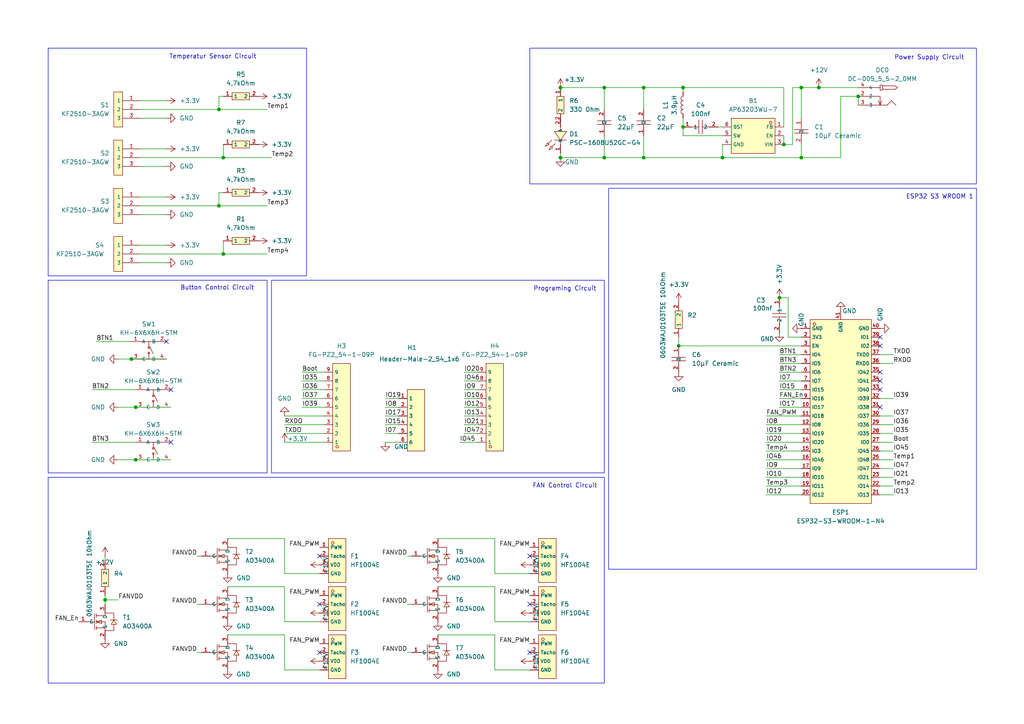
<source format=kicad_sch>
(kicad_sch (version 20231120) (generator "eeschema") (generator_version "8.0")
  (paper "A4")
  (title_block (title "Smart Heating Fan Controller") (date "2025-01") (rev "1.0"))
  (lib_symbols
    (symbol "0603WAJ0103T5E:0603WAJ0103T5E"
      (property "Reference" "R2" (at 1.2701 -2.54 90))
      (property "Value" "0603WAJ0103T5E 10kOhm" (at -1.27 -2.54 90))
      (symbol "0603WAJ0103T5E_0_1"
        (pin passive line (at -5.08 0 0) (length 2.54) (name "1") (number "1"))
        (pin passive line (at 5.08 0 180) (length 2.54) (name "2") (number "2"))
      )
    )
    (symbol "0805W8F4701T5E_1"
      (property "Reference" "R3" (at 0 6.35 0))
      (property "Value" "4,7kOhm" (at 0 3.81 0))
      (symbol "0805W8F4701T5E_1_0_1"
        (pin passive line (at 5.08 0 180) (length 2.54) (name "2") (number "2"))
      )
      (symbol "0805W8F4701T5E_1_1_1"
        (pin passive line (at -5.08 0 0) (length 2.54) (name "1") (number "1"))
      )
    )
    (symbol "1206W4J0331T5E:1206W4J0331T5E"
      (property "Reference" "R6" (at -1.2701 2.54 90))
      (property "Value" "330 Ohm" (at 1.2699 2.54 90))
      (symbol "1206W4J0331T5E_0_1"
        (pin passive line (at -5.08 0 0) (length 2.54) (name "1") (number "1"))
        (pin passive line (at 5.08 0 180) (length 2.54) (name "2") (number "2"))
      )
    )
    (symbol "AO3400A:AO3400A"
      (property "Reference" "U" (at 0 1.27 0))
      (property "Value" "AO3400A" (at 0 -2.54 0))
      (symbol "AO3400A_0_1"
        (pin unspecified line (at -5.08 0 0) (length 2.54) (name "G") (number "1"))
        (pin unspecified line (at 2.54 -5.08 90) (length 2.54) (name "S") (number "2"))
        (pin unspecified line (at 2.54 5.08 270) (length 2.54) (name "D") (number "3"))
      )
    )
    (symbol "AP63203WU-7:AP63203WU-7"
      (property "Reference" "U1" (at 0 10.16 0))
      (property "Value" "AP63203WU-7" (at 0 7.62 0))
      (symbol "AP63203WU-7_0_1"
        (pin passive line (at -8.89 2.54 0) (length 2.54) (name "FB") (number "1"))
        (pin passive line (at -8.89 0 0) (length 2.54) (name "EN") (number "2"))
        (pin power_in line (at -8.89 -2.54 0) (length 2.54) (name "VIN") (number "3"))
        (pin power_in line (at 8.89 -2.54 180) (length 2.54) (name "GND") (number "4"))
        (pin power_out line (at 8.89 0 180) (length 2.54) (name "SW") (number "5"))
        (pin passive line (at 8.89 2.54 180) (length 2.54) (name "BST") (number "6"))
      )
    )
    (symbol "CL10B104KB8NNNC:CL10B104KB8NNNC"
      (property "Reference" "C4" (at 0 6.35 0))
      (property "Value" "100nf" (at 0 3.81 0))
      (symbol "CL10B104KB8NNNC_0_1"
        (pin passive line (at -5.08 0 0) (length 2.54) (name "1") (number "1"))
        (pin passive line (at 5.08 0 180) (length 2.54) (name "2") (number "2"))
      )
    )
    (symbol "CL31A106KBHNNNE:CL31A106KBHNNNE"
      (property "Reference" "C" (at 0 1.27 0))
      (property "Value" "CL31A106KBHNNNE" (at 0 -2.54 0))
      (symbol "CL31A106KBHNNNE_0_1"
        (pin input line (at -3.81 0 0) (length 2.54) (name "1") (number "1"))
        (pin input line (at 3.81 0 180) (length 2.54) (name "2") (number "2"))
      )
    )
    (symbol "CL31A226KAHNNNE:CL31A226KAHNNNE"
      (property "Reference" "C5" (at 1.2701 -3.81 90))
      (property "Value" "22µF" (at -1.2699 -3.81 90))
      (symbol "CL31A226KAHNNNE_0_1"
        (pin passive line (at -3.81 0 0) (length 2.54) (name "1") (number "1"))
        (pin passive line (at 3.81 0 180) (length 2.54) (name "2") (number "2"))
      )
    )
    (symbol "CL31A226KAHNNNE_1"
      (property "Reference" "C2" (at 1.2701 -3.81 90))
      (property "Value" "22µF" (at -1.2699 -3.81 90))
      (symbol "CL31A226KAHNNNE_1_0_1"
        (pin passive line (at -3.81 0 0) (length 2.54) (name "1") (number "1"))
        (pin passive line (at 3.81 0 180) (length 2.54) (name "2") (number "2"))
      )
    )
    (symbol "DC-005_5_5-2_0MM:DC-005_5_5-2_0MM"
      (property "Reference" "U3" (at -1.905 7.62 0))
      (property "Value" "DC-005_5_5-2_0MM" (at -1.905 5.08 0))
      (symbol "DC-005_5_5-2_0MM_0_1"
        (pin power_out line (at 5.08 0 180) (length 2.54) (name "2") (number "2"))
        (pin power_out line (at 5.08 2.54 180) (length 2.54) (name "4") (number "4"))
      )
      (symbol "DC-005_5_5-2_0MM_1_1"
        (pin passive line (at 5.08 -2.54 180) (length 2.54) (name "3") (number "3"))
      )
    )
    (symbol "Device:L" (pin_numbers hide) (pin_names (offset 1.016) hide)
      (property "Reference" "L1" (at 5.08 0 90))
      (property "Value" "3.9µH" (at 2.54 0 90))
      (symbol "L_1_1"
        (pin power_in line (at 0 3.81 270) (length 1.27) (name "1") (number "1"))
        (pin power_out line (at 0 -3.81 90) (length 1.27) (name "2") (number "2"))
      )
    )
    (symbol "ESP32-S3-WROOM-1-N4:ESP32-S3-WROOM-1-N4"
      (property "Reference" "U" (at 0 1.27 0))
      (property "Value" "ESP32-S3-WROOM-1-N4" (at 0 -2.54 0))
      (symbol "ESP32-S3-WROOM-1-N4_0_1"
        (pin unspecified line (at -11.43 24.13 0) (length 2.54) (name "GND") (number "1"))
        (pin unspecified line (at -11.43 1.27 0) (length 2.54) (name "IO17") (number "10"))
        (pin unspecified line (at -11.43 -1.27 0) (length 2.54) (name "IO18") (number "11"))
        (pin unspecified line (at -11.43 -3.81 0) (length 2.54) (name "IO8") (number "12"))
        (pin unspecified line (at -11.43 -6.35 0) (length 2.54) (name "IO19") (number "13"))
        (pin unspecified line (at -11.43 -8.89 0) (length 2.54) (name "IO20") (number "14"))
        (pin unspecified line (at -11.43 -11.43 0) (length 2.54) (name "IO3") (number "15"))
        (pin unspecified line (at -11.43 -13.97 0) (length 2.54) (name "IO46") (number "16"))
        (pin unspecified line (at -11.43 -16.51 0) (length 2.54) (name "IO9") (number "17"))
        (pin unspecified line (at -11.43 -19.05 0) (length 2.54) (name "IO10") (number "18"))
        (pin unspecified line (at -11.43 -21.59 0) (length 2.54) (name "IO11") (number "19"))
        (pin unspecified line (at -11.43 21.59 0) (length 2.54) (name "3V3") (number "2"))
        (pin unspecified line (at -11.43 -24.13 0) (length 2.54) (name "IO12") (number "20"))
        (pin unspecified line (at 11.43 -24.13 180) (length 2.54) (name "IO13") (number "21"))
        (pin unspecified line (at 11.43 -21.59 180) (length 2.54) (name "IO14") (number "22"))
        (pin unspecified line (at 11.43 -19.05 180) (length 2.54) (name "IO21") (number "23"))
        (pin unspecified line (at 11.43 -16.51 180) (length 2.54) (name "IO47") (number "24"))
        (pin unspecified line (at 11.43 -13.97 180) (length 2.54) (name "IO48") (number "25"))
        (pin unspecified line (at 11.43 -11.43 180) (length 2.54) (name "IO45") (number "26"))
        (pin unspecified line (at 11.43 -8.89 180) (length 2.54) (name "IO0") (number "27"))
        (pin unspecified line (at 11.43 -6.35 180) (length 2.54) (name "IO35") (number "28"))
        (pin unspecified line (at 11.43 -3.81 180) (length 2.54) (name "IO36") (number "29"))
        (pin unspecified line (at -11.43 19.05 0) (length 2.54) (name "EN") (number "3"))
        (pin unspecified line (at 11.43 -1.27 180) (length 2.54) (name "IO37") (number "30"))
        (pin unspecified line (at 11.43 1.27 180) (length 2.54) (name "IO38") (number "31"))
        (pin unspecified line (at 11.43 3.81 180) (length 2.54) (name "IO39") (number "32"))
        (pin unspecified line (at 11.43 6.35 180) (length 2.54) (name "IO40") (number "33"))
        (pin unspecified line (at 11.43 8.89 180) (length 2.54) (name "IO41") (number "34"))
        (pin unspecified line (at 11.43 11.43 180) (length 2.54) (name "IO42") (number "35"))
        (pin unspecified line (at 11.43 13.97 180) (length 2.54) (name "RXD0") (number "36"))
        (pin unspecified line (at 11.43 16.51 180) (length 2.54) (name "TXD0") (number "37"))
        (pin unspecified line (at 11.43 19.05 180) (length 2.54) (name "IO2") (number "38"))
        (pin unspecified line (at 11.43 21.59 180) (length 2.54) (name "IO1") (number "39"))
        (pin unspecified line (at -11.43 16.51 0) (length 2.54) (name "IO4") (number "4"))
        (pin unspecified line (at 11.43 24.13 180) (length 2.54) (name "GND") (number "40"))
        (pin unspecified line (at 0 29.21 270) (length 2.54) (name "GND") (number "41"))
        (pin unspecified line (at -11.43 13.97 0) (length 2.54) (name "IO5") (number "5"))
        (pin unspecified line (at -11.43 11.43 0) (length 2.54) (name "IO6") (number "6"))
        (pin unspecified line (at -11.43 8.89 0) (length 2.54) (name "IO7") (number "7"))
        (pin unspecified line (at -11.43 6.35 0) (length 2.54) (name "IO15") (number "8"))
        (pin unspecified line (at -11.43 3.81 0) (length 2.54) (name "IO16") (number "9"))
      )
    )
    (symbol "FG-PZ2_54-1-09P:FG-PZ2_54-1-09P"
      (property "Reference" "U" (at 0 1.27 0))
      (property "Value" "FG-PZ2_54-1-09P" (at 0 -2.54 0))
      (symbol "FG-PZ2_54-1-09P_0_1"
        (pin unspecified line (at -2.54 10.16 0) (length 2.54) (name "1") (number "1"))
        (pin unspecified line (at -2.54 7.62 0) (length 2.54) (name "2") (number "2"))
        (pin unspecified line (at -2.54 5.08 0) (length 2.54) (name "3") (number "3"))
        (pin unspecified line (at -2.54 2.54 0) (length 2.54) (name "4") (number "4"))
        (pin unspecified line (at -2.54 0 0) (length 2.54) (name "5") (number "5"))
        (pin unspecified line (at -2.54 -2.54 0) (length 2.54) (name "6") (number "6"))
        (pin unspecified line (at -2.54 -5.08 0) (length 2.54) (name "7") (number "7"))
        (pin unspecified line (at -2.54 -7.62 0) (length 2.54) (name "8") (number "8"))
        (pin unspecified line (at -2.54 -10.16 0) (length 2.54) (name "9") (number "9"))
      )
    )
    (symbol "HF1004E:HF1004E"
      (property "Reference" "U17" (at 3.81 1.2701 0))
      (property "Value" "HF1004E" (at 3.81 -1.2699 0))
      (symbol "HF1004E_1_1"
        (pin bidirectional line (at -5.08 3.81 0) (length 2.54) (name "PWM") (number "1"))
        (pin bidirectional line (at -5.08 1.27 0) (length 2.54) (name "Tacho") (number "2"))
        (pin bidirectional line (at -5.08 -1.27 0) (length 2.54) (name "VDD") (number "3"))
        (pin bidirectional line (at -5.08 -3.81 0) (length 2.54) (name "GND") (number "4"))
      )
    )
    (symbol "Header-Male-2_54_1x6:Header-Male-2_54_1x6"
      (property "Reference" "H1" (at -2.54 21.082 0))
      (property "Value" "Header-Male-2_54_1x6" (at -10.668 17.78 0))
      (symbol "Header-Male-2_54_1x6_0_1"
        (pin bidirectional line (at -5.08 6.35 0) (length 2.54) (name "1") (number "1"))
        (pin bidirectional line (at -5.08 3.81 0) (length 2.54) (name "2") (number "2"))
        (pin bidirectional line (at -5.08 1.27 0) (length 2.54) (name "3") (number "3"))
        (pin bidirectional line (at -5.08 -1.27 0) (length 2.54) (name "4") (number "4"))
        (pin bidirectional line (at -5.08 -3.81 0) (length 2.54) (name "5") (number "5"))
        (pin bidirectional line (at -5.08 -6.35 0) (length 2.54) (name "6") (number "6"))
      )
    )
    (symbol "KF2510-3AGW:KF2510-3AGW"
      (property "Reference" "U" (at 0 1.27 0))
      (property "Value" "KF2510-3AGW" (at 0 -2.54 0))
      (symbol "KF2510-3AGW_0_1"
        (pin unspecified line (at -3.81 2.54 0) (length 5.08) (name "1") (number "1"))
        (pin unspecified line (at -3.81 0 0) (length 5.08) (name "2") (number "2"))
        (pin unspecified line (at -3.81 -2.54 0) (length 5.08) (name "3") (number "3"))
      )
    )
    (symbol "KH-6X6X6H-STM:KH-6X6X6H-STM"
      (property "Reference" "U" (at 0 1.27 0))
      (property "Value" "KH-6X6X6H-STM" (at 0 -2.54 0))
      (symbol "KH-6X6X6H-STM_0_1"
        (pin unspecified line (at -5.08 2.54 0) (length 2.54) (name "A") (number "1"))
        (pin unspecified line (at 5.08 2.54 180) (length 2.54) (name "B") (number "2"))
        (pin unspecified line (at -5.08 -2.54 0) (length 2.54) (name "C") (number "3"))
        (pin unspecified line (at 5.08 -2.54 180) (length 2.54) (name "D") (number "4"))
      )
    )
    (symbol "PSC-1608U52GC-G4:PSC-1608U52GC-G4"
      (property "Reference" "D1" (at 0.5081 0 90))
      (property "Value" "PSC-1608U52GC-G4" (at -2.0319 0 90))
      (symbol "PSC-1608U52GC-G4_0_1"
        (pin passive line (at -5.08 2.54 0) (length 2.54) (name "K") (number "1"))
        (pin passive line (at 5.08 2.54 180) (length 2.54) (name "A") (number "2"))
      )
    )
    (symbol "power:+12V" (power) (pin_numbers hide) (pin_names (offset 0) hide)
      (property "Value" "+12V" (at 0 3.556 0))
      (symbol "+12V_1_1"
        (pin power_in line (at 0 0 90) (length 0) (name "~") (number "1"))
      )
    )
    (symbol "power:+3.3V" (power) (pin_numbers hide) (pin_names (offset 0) hide)
      (property "Value" "+3.3V" (at 0 3.556 0))
      (symbol "+3.3V_1_1"
        (pin power_in line (at 0 0 90) (length 0) (name "~") (number "1"))
      )
    )
    (symbol "power:GND" (power) (pin_numbers hide) (pin_names (offset 0) hide)
      (property "Value" "GND" (at 0 -3.81 0))
      (symbol "GND_1_1"
        (pin power_in line (at 0 0 270) (length 0) (name "~") (number "1"))
      )
    )
  )
  (junction (at 186.69 25.4))
  (junction (at 175.26 45.72))
  (junction (at 64.77 45.72))
  (junction (at 226.06 86.36))
  (junction (at 30.48 173.99))
  (junction (at 39.37 118.11))
  (junction (at 248.92 27.94))
  (junction (at 162.56 45.72))
  (junction (at 38.1 104.14))
  (junction (at 209.55 45.72))
  (junction (at 198.12 36.83))
  (junction (at 232.41 25.4))
  (junction (at 175.26 25.4))
  (junction (at 39.37 133.35))
  (junction (at 227.33 41.91))
  (junction (at 63.5 31.75))
  (junction (at 162.56 25.4))
  (junction (at 63.5 59.69))
  (junction (at 196.85 100.33))
  (junction (at 237.49 25.4))
  (junction (at 232.41 45.72))
  (junction (at 64.77 73.66))
  (junction (at 186.69 45.72))
  (junction (at 198.12 25.4))
  (no_connect (at 92.71 189.23))
  (no_connect (at 255.27 118.11))
  (no_connect (at 49.53 128.27))
  (no_connect (at 255.27 100.33))
  (no_connect (at 255.27 107.95))
  (no_connect (at 49.53 113.03))
  (no_connect (at 255.27 97.79))
  (no_connect (at 255.27 110.49))
  (no_connect (at 153.67 175.26))
  (no_connect (at 255.27 113.03))
  (no_connect (at 153.67 189.23))
  (no_connect (at 48.26 99.06))
  (no_connect (at 92.71 175.26))
  (no_connect (at 92.71 161.29))
  (no_connect (at 153.67 161.29))
  (wire (pts (xy 111.76 118.11) (xy 115.57 118.11)))
  (wire (pts (xy 82.55 128.27) (xy 93.98 128.27)))
  (wire (pts (xy 209.55 45.72) (xy 209.55 41.91)))
  (wire (pts (xy 57.15 161.29) (xy 58.42 161.29)))
  (wire (pts (xy 134.62 118.11) (xy 138.43 118.11)))
  (wire (pts (xy 186.69 25.4) (xy 175.26 25.4)))
  (wire (pts (xy 222.25 135.89) (xy 232.41 135.89)))
  (wire (pts (xy 222.25 120.65) (xy 232.41 120.65)))
  (wire (pts (xy 143.51 156.21) (xy 143.51 166.37)))
  (wire (pts (xy 222.25 130.81) (xy 232.41 130.81)))
  (wire (pts (xy 40.64 71.12) (xy 48.26 71.12)))
  (wire (pts (xy 255.27 133.35) (xy 259.08 133.35)))
  (wire (pts (xy 111.76 123.19) (xy 115.57 123.19)))
  (wire (pts (xy 64.77 45.72) (xy 78.74 45.72)))
  (wire (pts (xy 255.27 125.73) (xy 259.08 125.73)))
  (wire (pts (xy 134.62 123.19) (xy 138.43 123.19)))
  (wire (pts (xy 226.06 113.03) (xy 232.41 113.03)))
  (wire (pts (xy 232.41 97.79) (xy 228.6 97.79)))
  (wire (pts (xy 175.26 25.4) (xy 162.56 25.4)))
  (wire (pts (xy 232.41 25.4) (xy 232.41 34.29)))
  (wire (pts (xy 143.51 170.18) (xy 143.51 180.34)))
  (wire (pts (xy 82.55 156.21) (xy 82.55 166.37)))
  (wire (pts (xy 40.64 45.72) (xy 64.77 45.72)))
  (wire (pts (xy 66.04 170.18) (xy 82.55 170.18)))
  (wire (pts (xy 232.41 41.91) (xy 232.41 45.72)))
  (wire (pts (xy 82.55 166.37) (xy 92.71 166.37)))
  (wire (pts (xy 143.51 194.31) (xy 153.67 194.31)))
  (wire (pts (xy 162.56 44.45) (xy 162.56 45.72)))
  (wire (pts (xy 26.67 128.27) (xy 39.37 128.27)))
  (wire (pts (xy 255.27 120.65) (xy 259.08 120.65)))
  (wire (pts (xy 127 184.15) (xy 143.51 184.15)))
  (wire (pts (xy 222.25 143.51) (xy 232.41 143.51)))
  (wire (pts (xy 82.55 125.73) (xy 93.98 125.73)))
  (wire (pts (xy 227.33 36.83) (xy 227.33 25.4)))
  (wire (pts (xy 82.55 123.19) (xy 93.98 123.19)))
  (wire (pts (xy 226.06 110.49) (xy 232.41 110.49)))
  (wire (pts (xy 232.41 25.4) (xy 229.87 25.4)))
  (wire (pts (xy 34.29 118.11) (xy 39.37 118.11)))
  (wire (pts (xy 248.92 27.94) (xy 248.92 30.48)))
  (wire (pts (xy 63.5 27.94) (xy 63.5 31.75)))
  (wire (pts (xy 255.27 140.97) (xy 259.08 140.97)))
  (wire (pts (xy 222.25 125.73) (xy 232.41 125.73)))
  (wire (pts (xy 66.04 184.15) (xy 82.55 184.15)))
  (wire (pts (xy 87.63 107.95) (xy 93.98 107.95)))
  (wire (pts (xy 143.51 166.37) (xy 153.67 166.37)))
  (wire (pts (xy 255.27 143.51) (xy 259.08 143.51)))
  (wire (pts (xy 198.12 25.4) (xy 198.12 26.67)))
  (wire (pts (xy 40.64 29.21) (xy 48.26 29.21)))
  (wire (pts (xy 40.64 73.66) (xy 64.77 73.66)))
  (wire (pts (xy 127 170.18) (xy 143.51 170.18)))
  (wire (pts (xy 255.27 135.89) (xy 259.08 135.89)))
  (wire (pts (xy 40.64 43.18) (xy 48.26 43.18)))
  (wire (pts (xy 63.5 55.88) (xy 63.5 59.69)))
  (wire (pts (xy 87.63 118.11) (xy 93.98 118.11)))
  (wire (pts (xy 66.04 156.21) (xy 82.55 156.21)))
  (wire (pts (xy 40.64 34.29) (xy 48.26 34.29)))
  (wire (pts (xy 259.08 102.87) (xy 255.27 102.87)))
  (wire (pts (xy 40.64 76.2) (xy 48.26 76.2)))
  (wire (pts (xy 34.29 104.14) (xy 38.1 104.14)))
  (wire (pts (xy 134.62 107.95) (xy 138.43 107.95)))
  (wire (pts (xy 259.08 105.41) (xy 255.27 105.41)))
  (wire (pts (xy 27.94 99.06) (xy 38.1 99.06)))
  (wire (pts (xy 82.55 170.18) (xy 82.55 180.34)))
  (wire (pts (xy 226.06 118.11) (xy 232.41 118.11)))
  (wire (pts (xy 111.76 125.73) (xy 115.57 125.73)))
  (wire (pts (xy 64.77 73.66) (xy 77.47 73.66)))
  (wire (pts (xy 186.69 39.37) (xy 186.69 45.72)))
  (wire (pts (xy 82.55 184.15) (xy 82.55 194.31)))
  (wire (pts (xy 57.15 175.26) (xy 58.42 175.26)))
  (wire (pts (xy 255.27 130.81) (xy 259.08 130.81)))
  (wire (pts (xy 63.5 27.94) (xy 64.77 27.94)))
  (wire (pts (xy 227.33 25.4) (xy 198.12 25.4)))
  (wire (pts (xy 82.55 120.65) (xy 93.98 120.65)))
  (wire (pts (xy 40.64 62.23) (xy 48.26 62.23)))
  (wire (pts (xy 175.26 39.37) (xy 175.26 45.72)))
  (wire (pts (xy 111.76 128.27) (xy 115.57 128.27)))
  (wire (pts (xy 143.51 180.34) (xy 153.67 180.34)))
  (wire (pts (xy 226.06 107.95) (xy 232.41 107.95)))
  (wire (pts (xy 64.77 41.91) (xy 64.77 45.72)))
  (wire (pts (xy 229.87 25.4) (xy 229.87 41.91)))
  (wire (pts (xy 26.67 113.03) (xy 39.37 113.03)))
  (wire (pts (xy 134.62 113.03) (xy 138.43 113.03)))
  (wire (pts (xy 34.29 133.35) (xy 39.37 133.35)))
  (wire (pts (xy 87.63 115.57) (xy 93.98 115.57)))
  (wire (pts (xy 57.15 189.23) (xy 58.42 189.23)))
  (wire (pts (xy 196.85 97.79) (xy 196.85 100.33)))
  (wire (pts (xy 186.69 25.4) (xy 186.69 31.75)))
  (wire (pts (xy 63.5 59.69) (xy 40.64 59.69)))
  (wire (pts (xy 237.49 25.4) (xy 248.92 25.4)))
  (wire (pts (xy 186.69 25.4) (xy 198.12 25.4)))
  (wire (pts (xy 255.27 123.19) (xy 259.08 123.19)))
  (wire (pts (xy 255.27 115.57) (xy 259.08 115.57)))
  (wire (pts (xy 196.85 100.33) (xy 232.41 100.33)))
  (wire (pts (xy 209.55 39.37) (xy 198.12 39.37)))
  (wire (pts (xy 64.77 69.85) (xy 64.77 73.66)))
  (wire (pts (xy 63.5 59.69) (xy 77.47 59.69)))
  (wire (pts (xy 134.62 110.49) (xy 138.43 110.49)))
  (wire (pts (xy 133.35 128.27) (xy 138.43 128.27)))
  (wire (pts (xy 186.69 45.72) (xy 175.26 45.72)))
  (wire (pts (xy 198.12 34.29) (xy 198.12 36.83)))
  (wire (pts (xy 40.64 48.26) (xy 48.26 48.26)))
  (wire (pts (xy 143.51 184.15) (xy 143.51 194.31)))
  (wire (pts (xy 40.64 57.15) (xy 48.26 57.15)))
  (wire (pts (xy 111.76 115.57) (xy 115.57 115.57)))
  (wire (pts (xy 87.63 113.03) (xy 93.98 113.03)))
  (wire (pts (xy 63.5 31.75) (xy 40.64 31.75)))
  (wire (pts (xy 87.63 110.49) (xy 93.98 110.49)))
  (wire (pts (xy 259.08 138.43) (xy 255.27 138.43)))
  (wire (pts (xy 222.25 128.27) (xy 232.41 128.27)))
  (wire (pts (xy 226.06 105.41) (xy 232.41 105.41)))
  (wire (pts (xy 127 156.21) (xy 143.51 156.21)))
  (wire (pts (xy 118.11 189.23) (xy 119.38 189.23)))
  (wire (pts (xy 232.41 45.72) (xy 209.55 45.72)))
  (wire (pts (xy 232.41 45.72) (xy 243.84 45.72)))
  (wire (pts (xy 227.33 39.37) (xy 227.33 41.91)))
  (wire (pts (xy 30.48 172.72) (xy 30.48 173.99)))
  (wire (pts (xy 222.25 133.35) (xy 232.41 133.35)))
  (wire (pts (xy 111.76 120.65) (xy 115.57 120.65)))
  (wire (pts (xy 30.48 173.99) (xy 30.48 175.26)))
  (wire (pts (xy 209.55 36.83) (xy 208.28 36.83)))
  (wire (pts (xy 259.08 128.27) (xy 255.27 128.27)))
  (wire (pts (xy 77.47 31.75) (xy 63.5 31.75)))
  (wire (pts (xy 134.62 125.73) (xy 138.43 125.73)))
  (wire (pts (xy 222.25 140.97) (xy 232.41 140.97)))
  (wire (pts (xy 30.48 161.29) (xy 30.48 162.56)))
  (wire (pts (xy 226.06 102.87) (xy 232.41 102.87)))
  (wire (pts (xy 243.84 27.94) (xy 248.92 27.94)))
  (wire (pts (xy 82.55 194.31) (xy 92.71 194.31)))
  (wire (pts (xy 134.62 115.57) (xy 138.43 115.57)))
  (wire (pts (xy 63.5 55.88) (xy 64.77 55.88)))
  (wire (pts (xy 38.1 104.14) (xy 48.26 104.14)))
  (wire (pts (xy 198.12 39.37) (xy 198.12 36.83)))
  (wire (pts (xy 232.41 25.4) (xy 237.49 25.4)))
  (wire (pts (xy 162.56 34.29) (xy 162.56 35.56)))
  (wire (pts (xy 30.48 173.99) (xy 34.29 173.99)))
  (wire (pts (xy 118.11 161.29) (xy 119.38 161.29)))
  (wire (pts (xy 82.55 180.34) (xy 92.71 180.34)))
  (wire (pts (xy 39.37 133.35) (xy 49.53 133.35)))
  (wire (pts (xy 118.11 175.26) (xy 119.38 175.26)))
  (wire (pts (xy 222.25 138.43) (xy 232.41 138.43)))
  (wire (pts (xy 175.26 25.4) (xy 175.26 31.75)))
  (wire (pts (xy 222.25 123.19) (xy 232.41 123.19)))
  (wire (pts (xy 243.84 27.94) (xy 243.84 45.72)))
  (wire (pts (xy 175.26 45.72) (xy 162.56 45.72)))
  (wire (pts (xy 228.6 86.36) (xy 226.06 86.36)))
  (wire (pts (xy 134.62 120.65) (xy 138.43 120.65)))
  (wire (pts (xy 228.6 97.79) (xy 228.6 86.36)))
  (wire (pts (xy 186.69 45.72) (xy 209.55 45.72)))
  (wire (pts (xy 162.56 25.4) (xy 162.56 26.67)))
  (wire (pts (xy 227.33 41.91) (xy 229.87 41.91)))
  (wire (pts (xy 226.06 115.57) (xy 232.41 115.57)))
  (wire (pts (xy 39.37 118.11) (xy 49.53 118.11)))
  (rectangle (start 13.97 81.28) (end 77.47 137.16))
  (rectangle (start 153.67 13.97) (end 283.21 53.34))
  (rectangle (start 41.91 99.06) (end 41.91 99.06))
  (rectangle (start 13.97 138.43) (end 175.26 198.12))
  (rectangle (start 13.97 13.97) (end 88.9 80.01))
  (rectangle (start 27.94 138.43) (end 29.21 138.43))
  (rectangle (start 78.74 81.28) (end 175.26 137.16))
  (rectangle (start 176.53 54.61) (end 283.21 165.1))
  (text "Programing Circuit\n" (at 163.83 83.82 0) (effects (font (size 1.27 1.27))))
  (text "Power Supply Circuit\n" (at 269.494 16.764 0) (effects (font (size 1.27 1.27))))
  (text "Temperatur Sensor Circuit\n" (at 61.722 16.51 0) (effects (font (size 1.27 1.27))))
  (text "ESP32 S3 WROOM 1 \n\n" (at 273.05 58.166 0) (effects (font (size 1.27 1.27))))
  (text "FAN Control Circuit\n" (at 163.83 140.97 0) (effects (font (size 1.27 1.27))))
  (text "Button Control Circuit\n" (at 62.992 83.566 0) (effects (font (size 1.27 1.27))))
  (label "FAN_PWM" (at 222.25 120.65 0))
  (label "IO20" (at 222.25 128.27 0))
  (label "BTN1" (at 27.94 99.06 0))
  (label "IO8" (at 111.76 118.11 0))
  (label "Temp3" (at 77.47 59.69 0))
  (label "FANVDD" (at 118.11 161.29 180))
  (label "I07" (at 111.76 125.73 0))
  (label "BTN3" (at 226.06 105.41 0))
  (label "IO21" (at 259.08 138.43 0))
  (label "IO13" (at 259.08 143.51 0))
  (label "IO12" (at 222.25 143.51 0))
  (label "FAN_PWM" (at 92.71 172.72 180))
  (label "IO36" (at 87.63 113.03 0))
  (label "IO46" (at 134.62 110.49 0))
  (label "Temp4" (at 77.47 73.66 0))
  (label "IO39" (at 259.08 115.57 0))
  (label "BTN2" (at 226.06 107.95 0))
  (label "Boot" (at 87.63 107.95 0))
  (label "TXDO" (at 82.55 125.73 0))
  (label "IO37" (at 259.08 120.65 0))
  (label "I07" (at 226.06 110.49 0))
  (label "IO35" (at 87.63 110.49 0))
  (label "IO12" (at 134.62 118.11 0))
  (label "Temp3" (at 222.25 140.97 0))
  (label "TXDO" (at 259.08 102.87 0))
  (label "FAN_PWM" (at 153.67 172.72 180))
  (label "IO39" (at 87.63 118.11 0))
  (label "Temp1" (at 259.08 133.35 0))
  (label "IO37" (at 87.63 115.57 0))
  (label "BTN1" (at 226.06 102.87 0))
  (label "FANVDD" (at 34.29 173.99 0))
  (label "IO9" (at 222.25 135.89 0))
  (label "IO17" (at 226.06 118.11 0))
  (label "FANVDD" (at 118.11 189.23 180))
  (label "IO15" (at 226.06 113.03 0))
  (label "IO47" (at 134.62 125.73 0))
  (label "FANVDD" (at 118.11 175.26 180))
  (label "FAN_En" (at 22.86 180.34 180))
  (label "FANVDD" (at 57.15 189.23 180))
  (label "IO19" (at 111.76 115.57 0))
  (label "FAN_PWM" (at 92.71 186.69 180))
  (label "IO9" (at 134.62 113.03 0))
  (label "BTN3" (at 26.67 128.27 0))
  (label "FANVDD" (at 57.15 175.26 180))
  (label "IO15" (at 111.76 123.19 0))
  (label "Temp2" (at 78.74 45.72 0))
  (label "IO10" (at 134.62 115.57 0))
  (label "IO17" (at 111.76 120.65 0))
  (label "FANVDD" (at 57.15 161.29 180))
  (label "RXDO" (at 259.08 105.41 0))
  (label "IO8" (at 222.25 123.19 0))
  (label "IO10" (at 222.25 138.43 0))
  (label "IO45" (at 259.08 130.81 0))
  (label "IO21" (at 134.62 123.19 0))
  (label "IO36" (at 259.08 123.19 0))
  (label "Boot" (at 259.08 128.27 0))
  (label "FAN_PWM" (at 153.67 186.69 180))
  (label "FAN_En" (at 226.06 115.57 0))
  (label "IO20" (at 134.62 107.95 0))
  (label "IO45" (at 133.35 128.27 0))
  (label "FAN_PWM" (at 92.71 158.75 180))
  (label "BTN2" (at 26.67 113.03 0))
  (label "Temp1" (at 77.47 31.75 0))
  (label "RXDO" (at 82.55 123.19 0))
  (label "IO19" (at 222.25 125.73 0))
  (label "IO47" (at 259.08 135.89 0))
  (label "FAN_PWM" (at 153.67 158.75 180))
  (label "IO13" (at 134.62 120.65 0))
  (label "IO46" (at 222.25 133.35 0))
  (label "Temp4" (at 222.25 130.81 0))
  (label "Temp2" (at 259.08 140.97 0))
  (label "IO35" (at 259.08 125.73 0))
  (symbol (lib_name "0805W8F4701T5E_1") (lib_id "0805W8F4701T5E:0805W8F4701T5E") (at 69.85 69.85 0) (unit 1)
    (property "Reference" "R1" (at 69.85 63.5 0))
    (property "Value" "4,7kOhm" (at 69.85 66.04 0))
    (property "Footprint" "footprint:R0805" (effects (hide yes)))
    (property "Datasheet" "https://item.szlcsc.com/142685.html" (effects (hide yes)))
    (property "LCSC" "C17673" (effects (hide yes)))
  )
  (symbol (lib_id "AP63203WU-7:AP63203WU-7") (at 218.44 39.37 0) (mirror y) (unit 1)
    (property "Reference" "B1" (at 218.44 29.21 0))
    (property "Value" "AP63203WU-7" (at 218.44 31.75 0))
    (property "Footprint" "footprint:TSOT-26_L2.9-W1.6-P0.95-LS2.8-BL" (effects (hide yes)))
    (property "Datasheet" "https://www.diodes.com/assets/Datasheets/AP62300_AP62301_AP62300T.pdf" (effects (hide yes)))
    (property "LCSC" "C780769" (effects (hide yes)))
  )
  (symbol (lib_id "power:+12V") (at 92.71 163.83 90) (unit 1)
    (property "Reference" "#PWR033" (effects (hide yes)))
    (property "Value" "+12V" (at 94.488 166.624 0) (effects (justify left)))
    (property "Description" "Power symbol creates a global label with name \"+12V\"" (effects (hide yes)))
  )
  (symbol (lib_id "AO3400A:AO3400A") (at 27.94 180.34 0) (unit 1)
    (property "Reference" "T1" (at 35.56 179.0699 0) (effects (justify left)))
    (property "Value" "AO3400A" (at 35.56 181.6099 0) (effects (justify left)))
    (property "Footprint" "footprint:SOT-23-3_L2.9-W1.3-P1.90-LS2.4-BR" (effects (hide yes)))
    (property "Datasheet" "https://www.diodes.com/assets/Package-Files/SOT23.pdf" (effects (hide yes)))
    (property "LCSC" "C20917" (effects (hide yes)))
  )
  (symbol (lib_id "HF1004E:HF1004E") (at 158.75 176.53 0) (unit 1)
    (property "Reference" "F5" (at 162.56 175.2599 0) (effects (justify left)))
    (property "Value" "HF1004E" (at 162.56 177.7999 0) (effects (justify left)))
    (property "Footprint" "footprint:CONN-TH_4P-P2.54_HF1004E" (effects (hide yes)))
    (property "Datasheet" "https://atta.szlcsc.com/upload/public/pdf/source/20210329/C2761402_8B7F6B32F26E3706188E3A95E69D0044.pdf" (effects (hide yes)))
    (property "LCSC" "C2761402" (effects (hide yes)))
  )
  (symbol (lib_id "power:GND") (at 111.76 128.27 0) (unit 1)
    (property "Reference" "#PWR043" (effects (hide yes)))
    (property "Value" "GND" (at 114.3 129.5399 0) (effects (justify left)))
    (property "Description" "Power symbol creates a global label with name \"GND\" , ground" (effects (hide yes)))
  )
  (symbol (lib_id "power:+3.3V") (at 74.93 69.85 270) (unit 1)
    (property "Reference" "#PWR031" (effects (hide yes)))
    (property "Value" "+3.3V" (at 78.74 69.8499 90) (effects (justify left)))
    (property "Description" "Power symbol creates a global label with name \"+3.3V\"" (effects (hide yes)))
  )
  (symbol (lib_id "CL10B104KB8NNNC:CL10B104KB8NNNC") (at 203.2 36.83 0) (unit 1)
    (property "Reference" "C4" (at 203.2 30.48 0))
    (property "Value" "100nf" (at 203.2 33.02 0))
    (property "Footprint" "footprint:C0603" (effects (hide yes)))
    (property "Datasheet" "https://item.szlcsc.com/362304.html" (effects (hide yes)))
    (property "LCSC" "C1591" (effects (hide yes)))
  )
  (symbol (lib_id "power:GND") (at 48.26 76.2 90) (unit 1)
    (property "Reference" "#PWR09" (effects (hide yes)))
    (property "Value" "GND" (at 52.07 76.1999 90) (effects (justify right)))
    (property "Description" "Power symbol creates a global label with name \"GND\" , ground" (effects (hide yes)))
  )
  (symbol (lib_id "power:+3.3V") (at 48.26 71.12 270) (unit 1)
    (property "Reference" "#PWR014" (effects (hide yes)))
    (property "Value" "+3.3V" (at 52.07 71.1199 90) (effects (justify left)))
    (property "Description" "Power symbol creates a global label with name \"+3.3V\"" (effects (hide yes)))
  )
  (symbol (lib_id "power:GND") (at 127 194.31 0) (unit 1)
    (property "Reference" "#PWR039" (effects (hide yes)))
    (property "Value" "GND" (at 129.54 195.5799 0) (effects (justify left)))
    (property "Description" "Power symbol creates a global label with name \"GND\" , ground" (effects (hide yes)))
  )
  (symbol (lib_id "power:+12V") (at 153.67 191.77 90) (unit 1)
    (property "Reference" "#PWR040" (effects (hide yes)))
    (property "Value" "+12V" (at 155.448 194.564 0) (effects (justify left)))
    (property "Description" "Power symbol creates a global label with name \"+12V\"" (effects (hide yes)))
  )
  (symbol (lib_id "0603WAJ0103T5E:0603WAJ0103T5E") (at 196.85 92.71 90) (unit 1)
    (property "Reference" "R2" (at 199.39 91.4399 90) (effects (justify right)))
    (property "Value" "0603WAJ0103T5E 10kOhm" (at 192.278 78.74 0) (effects (justify right)))
    (property "Footprint" "footprint:R0603" (effects (hide yes)))
    (property "Datasheet" "https://www.mouser.in/datasheet/2/447/PYu_RT_1_to_0_01_RoHS_L_11-1669912.pdf" (effects (hide yes)))
    (property "LCSC" "C15401" (effects (hide yes)))
  )
  (symbol (lib_id "power:GND") (at 66.04 194.31 0) (unit 1)
    (property "Reference" "#PWR038" (effects (hide yes)))
    (property "Value" "GND" (at 68.58 195.5799 0) (effects (justify left)))
    (property "Description" "Power symbol creates a global label with name \"GND\" , ground" (effects (hide yes)))
  )
  (symbol (lib_id "power:+3.3V") (at 74.93 27.94 270) (unit 1)
    (property "Reference" "#PWR015" (effects (hide yes)))
    (property "Value" "+3.3V" (at 78.74 27.9399 90) (effects (justify left)))
    (property "Description" "Power symbol creates a global label with name \"+3.3V\"" (effects (hide yes)))
  )
  (symbol (lib_id "power:GND") (at 196.85 107.95 0) (unit 1)
    (property "Reference" "#PWR020" (effects (hide yes)))
    (property "Value" "GND" (at 196.85 113.03 0))
    (property "Description" "Power symbol creates a global label with name \"GND\" , ground" (effects (hide yes)))
  )
  (symbol (lib_id "power:+12V") (at 92.71 177.8 90) (unit 1)
    (property "Reference" "#PWR019" (effects (hide yes)))
    (property "Value" "+12V" (at 94.488 180.594 0) (effects (justify left)))
    (property "Description" "Power symbol creates a global label with name \"+12V\"" (effects (hide yes)))
  )
  (symbol (lib_id "KF2510-3AGW:KF2510-3AGW") (at 36.83 45.72 0) (mirror y) (unit 1)
    (property "Reference" "S2" (at 31.75 44.4499 0) (effects (justify left)))
    (property "Value" "KF2510-3AGW" (at 31.75 46.9899 0) (effects (justify left)))
    (property "Footprint" "footprint:CONN-TH_KF2510-3AGW" (effects (hide yes)))
    (property "Datasheet" "https://item.szlcsc.com/766952.html" (effects (hide yes)))
    (property "LCSC" "C68663" (effects (hide yes)))
  )
  (symbol (lib_id "0603WAJ0103T5E:0603WAJ0103T5E") (at 30.48 167.64 90) (unit 1)
    (property "Reference" "R4" (at 33.02 166.3699 90) (effects (justify right)))
    (property "Value" "0603WAJ0103T5E 10kOhm" (at 25.908 153.67 0) (effects (justify right)))
    (property "Footprint" "footprint:R0603" (effects (hide yes)))
    (property "Datasheet" "https://www.mouser.in/datasheet/2/447/PYu_RT_1_to_0_01_RoHS_L_11-1669912.pdf" (effects (hide yes)))
    (property "LCSC" "C15401" (effects (hide yes)))
  )
  (symbol (lib_id "DC-005_5_5-2_0MM:DC-005_5_5-2_0MM") (at 254 27.94 0) (mirror y) (unit 1)
    (property "Reference" "DC0" (at 255.905 20.32 0))
    (property "Value" "DC-005_5_5-2_0MM" (at 255.905 22.86 0))
    (property "Footprint" "footprint:DC-IN-TH_DC-5520-1" (effects (hide yes)))
    (property "Datasheet" "https://atta.szlcsc.com/upload/public/pdf/source/20190827/C16214_DA59F99E888FED58D9833F5341D610B0.pdf" (effects (hide yes)))
    (property "LCSC" "C16214" (effects (hide yes)))
  )
  (symbol (lib_id "KH-6X6X6H-STM:KH-6X6X6H-STM") (at 43.18 101.6 0) (unit 1)
    (property "Reference" "SW1" (at 43.18 93.98 0))
    (property "Value" "KH-6X6X6H-STM" (at 43.18 96.52 0))
    (property "Footprint" "footprint:SW-SMD_4P-L6.0-W6.0-P4.50-LS9.0-3" (effects (hide yes)))
    (property "Datasheet" "https://atta.szlcsc.com/upload/public/pdf/source/20210608/C2837532_E316B9464CED229D1EEC211AA57656A9.pdf" (effects (hide yes)))
    (property "LCSC" "C2837532" (effects (hide yes)))
  )
  (symbol (lib_id "power:+12V") (at 153.67 177.8 90) (unit 1)
    (property "Reference" "#PWR037" (effects (hide yes)))
    (property "Value" "+12V" (at 155.448 180.594 0) (effects (justify left)))
    (property "Description" "Power symbol creates a global label with name \"+12V\"" (effects (hide yes)))
  )
  (symbol (lib_name "0805W8F4701T5E_1") (lib_id "0805W8F4701T5E:0805W8F4701T5E") (at 69.85 27.94 0) (unit 1)
    (property "Reference" "R5" (at 69.85 21.59 0))
    (property "Value" "4,7kOhm" (at 69.85 24.13 0))
    (property "Footprint" "footprint:R0805" (effects (hide yes)))
    (property "Datasheet" "https://item.szlcsc.com/142685.html" (effects (hide yes)))
    (property "LCSC" "C17673" (effects (hide yes)))
  )
  (symbol (lib_id "power:GND") (at 243.84 90.17 180) (unit 1)
    (property "Reference" "#PWR026" (effects (hide yes)))
    (property "Value" "GND" (at 246.38 90.17 0))
    (property "Description" "Power symbol creates a global label with name \"GND\" , ground" (effects (hide yes)))
  )
  (symbol (lib_id "AO3400A:AO3400A") (at 63.5 161.29 0) (unit 1)
    (property "Reference" "T2" (at 71.12 160.0199 0) (effects (justify left)))
    (property "Value" "AO3400A" (at 71.12 162.5599 0) (effects (justify left)))
    (property "Footprint" "footprint:SOT-23-3_L2.9-W1.3-P1.90-LS2.4-BR" (effects (hide yes)))
    (property "Datasheet" "https://www.diodes.com/assets/Package-Files/SOT23.pdf" (effects (hide yes)))
    (property "LCSC" "C20917" (effects (hide yes)))
  )
  (symbol (lib_id "CL10B104KB8NNNC:CL10B104KB8NNNC") (at 226.06 91.44 270) (unit 1)
    (property "Reference" "C3" (at 221.996 87.122 90) (effects (justify right)))
    (property "Value" "100nf" (at 224.028 89.408 90) (effects (justify right)))
    (property "Footprint" "footprint:C0603" (effects (hide yes)))
    (property "Datasheet" "https://item.szlcsc.com/362304.html" (effects (hide yes)))
    (property "LCSC" "C1591" (effects (hide yes)))
  )
  (symbol (lib_id "power:+3.3V") (at 74.93 41.91 270) (unit 1)
    (property "Reference" "#PWR032" (effects (hide yes)))
    (property "Value" "+3.3V" (at 78.74 41.9099 90) (effects (justify left)))
    (property "Description" "Power symbol creates a global label with name \"+3.3V\"" (effects (hide yes)))
  )
  (symbol (lib_id "power:+3.3V") (at 196.85 87.63 0) (unit 1)
    (property "Reference" "#PWR05" (effects (hide yes)))
    (property "Value" "+3.3V" (at 196.85 82.55 0))
    (property "Description" "Power symbol creates a global label with name \"+3.3V\"" (effects (hide yes)))
  )
  (symbol (lib_id "power:GND") (at 82.55 120.65 180) (unit 1)
    (property "Reference" "#PWR023" (effects (hide yes)))
    (property "Value" "GND" (at 82.55 115.57 0))
    (property "Description" "Power symbol creates a global label with name \"GND\" , ground" (effects (hide yes)))
  )
  (symbol (lib_id "power:GND") (at 127 180.34 0) (unit 1)
    (property "Reference" "#PWR036" (effects (hide yes)))
    (property "Value" "GND" (at 129.54 181.6099 0) (effects (justify left)))
    (property "Description" "Power symbol creates a global label with name \"GND\" , ground" (effects (hide yes)))
  )
  (symbol (lib_name "0805W8F4701T5E_1") (lib_id "0805W8F4701T5E:0805W8F4701T5E") (at 69.85 41.91 0) (unit 1)
    (property "Reference" "R7" (at 69.85 35.56 0))
    (property "Value" "4,7kOhm" (at 69.85 38.1 0))
    (property "Footprint" "footprint:R0805" (effects (hide yes)))
    (property "Datasheet" "https://item.szlcsc.com/142685.html" (effects (hide yes)))
    (property "LCSC" "C17673" (effects (hide yes)))
  )
  (symbol (lib_id "CL31A106KBHNNNE:CL31A106KBHNNNE") (at 232.41 38.1 270) (unit 1)
    (property "Reference" "C1" (at 236.22 36.8299 90) (effects (justify left)))
    (property "Value" "10µF Ceramic" (at 236.22 39.37 90) (effects (justify left)))
    (property "Footprint" "footprint:C1206" (effects (hide yes)))
    (property "Datasheet" "https://item.szlcsc.com/89171.html" (effects (hide yes)))
    (property "Description" "CL31A106KBHNNNE" (effects (hide yes)))
    (property "LCSC" "C13585" (effects (hide yes)))
  )
  (symbol (lib_id "KF2510-3AGW:KF2510-3AGW") (at 36.83 59.69 0) (mirror y) (unit 1)
    (property "Reference" "S3" (at 31.75 58.4199 0) (effects (justify left)))
    (property "Value" "KF2510-3AGW" (at 31.75 60.9599 0) (effects (justify left)))
    (property "Footprint" "footprint:CONN-TH_KF2510-3AGW" (effects (hide yes)))
    (property "Datasheet" "https://item.szlcsc.com/766952.html" (effects (hide yes)))
    (property "LCSC" "C68663" (effects (hide yes)))
  )
  (symbol (lib_id "power:GND") (at 66.04 166.37 0) (unit 1)
    (property "Reference" "#PWR025" (effects (hide yes)))
    (property "Value" "GND" (at 68.58 167.6399 0) (effects (justify left)))
    (property "Description" "Power symbol creates a global label with name \"GND\" , ground" (effects (hide yes)))
  )
  (symbol (lib_id "power:GND") (at 48.26 62.23 90) (unit 1)
    (property "Reference" "#PWR010" (effects (hide yes)))
    (property "Value" "GND" (at 52.07 62.2299 90) (effects (justify right)))
    (property "Description" "Power symbol creates a global label with name \"GND\" , ground" (effects (hide yes)))
  )
  (symbol (lib_id "power:GND") (at 255.27 95.25 90) (unit 1)
    (property "Reference" "#PWR027" (effects (hide yes)))
    (property "Value" "GND" (at 255.27 91.186 0))
    (property "Description" "Power symbol creates a global label with name \"GND\" , ground" (effects (hide yes)))
  )
  (symbol (lib_id "FG-PZ2_54-1-09P:FG-PZ2_54-1-09P") (at 96.52 118.11 0) (mirror x) (unit 1)
    (property "Reference" "H3" (at 99.06 100.33 0))
    (property "Value" "FG-PZ2_54-1-09P" (at 99.06 102.87 0))
    (property "Footprint" "footprint:HDR-TH_9P-P2.54-V-M" (effects (hide yes)))
    (property "Datasheet" "https://item.szlcsc.com/502964.html" (effects (hide yes)))
    (property "LCSC" "C25687201" (effects (hide yes)))
  )
  (symbol (lib_id "power:+12V") (at 30.48 161.29 0) (unit 1)
    (property "Reference" "#PWR017" (effects (hide yes)))
    (property "Value" "+12V" (at 27.686 163.068 0) (effects (justify left)))
    (property "Description" "Power symbol creates a global label with name \"+12V\"" (effects (hide yes)))
  )
  (symbol (lib_id "power:GND") (at 34.29 133.35 270) (unit 1)
    (property "Reference" "#PWR042" (effects (hide yes)))
    (property "Value" "GND" (at 30.48 133.3499 90) (effects (justify right)))
    (property "Description" "Power symbol creates a global label with name \"GND\" , ground" (effects (hide yes)))
  )
  (symbol (lib_id "power:GND") (at 34.29 118.11 270) (unit 1)
    (property "Reference" "#PWR022" (effects (hide yes)))
    (property "Value" "GND" (at 30.48 118.1099 90) (effects (justify right)))
    (property "Description" "Power symbol creates a global label with name \"GND\" , ground" (effects (hide yes)))
  )
  (symbol (lib_id "CL31A106KBHNNNE:CL31A106KBHNNNE") (at 196.85 104.14 270) (unit 1)
    (property "Reference" "C6" (at 200.66 102.8699 90) (effects (justify left)))
    (property "Value" "10µF Ceramic" (at 200.66 105.41 90) (effects (justify left)))
    (property "Footprint" "footprint:C1206" (effects (hide yes)))
    (property "Datasheet" "https://item.szlcsc.com/89171.html" (effects (hide yes)))
    (property "Description" "CL31A106KBHNNNE" (effects (hide yes)))
    (property "LCSC" "C13585" (effects (hide yes)))
  )
  (symbol (lib_id "power:+3.3V") (at 48.26 57.15 270) (unit 1)
    (property "Reference" "#PWR013" (effects (hide yes)))
    (property "Value" "+3.3V" (at 52.07 57.1499 90) (effects (justify left)))
    (property "Description" "Power symbol creates a global label with name \"+3.3V\"" (effects (hide yes)))
  )
  (symbol (lib_id "power:GND") (at 48.26 34.29 90) (unit 1)
    (property "Reference" "#PWR07" (effects (hide yes)))
    (property "Value" "GND" (at 52.07 34.2899 90) (effects (justify right)))
    (property "Description" "Power symbol creates a global label with name \"GND\" , ground" (effects (hide yes)))
  )
  (symbol (lib_id "power:GND") (at 226.06 96.52 0) (unit 1)
    (property "Reference" "#PWR06" (effects (hide yes)))
    (property "Value" "GND" (at 222.504 98.298 0))
    (property "Description" "Power symbol creates a global label with name \"GND\" , ground" (effects (hide yes)))
  )
  (symbol (lib_id "power:+12V") (at 153.67 163.83 90) (unit 1)
    (property "Reference" "#PWR035" (effects (hide yes)))
    (property "Value" "+12V" (at 155.448 166.624 0) (effects (justify left)))
    (property "Description" "Power symbol creates a global label with name \"+12V\"" (effects (hide yes)))
  )
  (symbol (lib_id "power:+3.3V") (at 48.26 43.18 270) (unit 1)
    (property "Reference" "#PWR012" (effects (hide yes)))
    (property "Value" "+3.3V" (at 52.07 43.1799 90) (effects (justify left)))
    (property "Description" "Power symbol creates a global label with name \"+3.3V\"" (effects (hide yes)))
  )
  (symbol (lib_id "power:GND") (at 30.48 185.42 0) (unit 1)
    (property "Reference" "#PWR018" (effects (hide yes)))
    (property "Value" "GND" (at 33.02 186.6899 0) (effects (justify left)))
    (property "Description" "Power symbol creates a global label with name \"GND\" , ground" (effects (hide yes)))
  )
  (symbol (lib_name "0805W8F4701T5E_1") (lib_id "0805W8F4701T5E:0805W8F4701T5E") (at 69.85 55.88 0) (unit 1)
    (property "Reference" "R3" (at 69.85 49.53 0))
    (property "Value" "4,7kOhm" (at 69.85 52.07 0))
    (property "Footprint" "footprint:R0805" (effects (hide yes)))
    (property "Datasheet" "https://item.szlcsc.com/142685.html" (effects (hide yes)))
    (property "LCSC" "C17673" (effects (hide yes)))
  )
  (symbol (lib_id "power:GND") (at 232.41 95.25 270) (unit 1)
    (property "Reference" "#PWR024" (effects (hide yes)))
    (property "Value" "GND" (at 232.41 92.71 0))
    (property "Description" "Power symbol creates a global label with name \"GND\" , ground" (effects (hide yes)))
  )
  (symbol (lib_id "HF1004E:HF1004E") (at 97.79 176.53 0) (unit 1)
    (property "Reference" "F2" (at 101.6 175.2599 0) (effects (justify left)))
    (property "Value" "HF1004E" (at 101.6 177.7999 0) (effects (justify left)))
    (property "Footprint" "footprint:CONN-TH_4P-P2.54_HF1004E" (effects (hide yes)))
    (property "Datasheet" "https://atta.szlcsc.com/upload/public/pdf/source/20210329/C2761402_8B7F6B32F26E3706188E3A95E69D0044.pdf" (effects (hide yes)))
    (property "LCSC" "C2761402" (effects (hide yes)))
  )
  (symbol (lib_id "power:GND") (at 66.04 180.34 0) (unit 1)
    (property "Reference" "#PWR04" (effects (hide yes)))
    (property "Value" "GND" (at 68.58 181.6099 0) (effects (justify left)))
    (property "Description" "Power symbol creates a global label with name \"GND\" , ground" (effects (hide yes)))
  )
  (symbol (lib_id "ESP32-S3-WROOM-1-N4:ESP32-S3-WROOM-1-N4") (at 243.84 119.38 0) (unit 1)
    (property "Reference" "ESP1" (at 243.84 148.59 0))
    (property "Value" "ESP32-S3-WROOM-1-N4" (at 243.84 151.13 0))
    (property "Footprint" "footprint:WIFIM-SMD_ESP32-S3-WROOM-1-N8" (effects (hide yes)))
    (property "Datasheet" "https://media.digikey.com/pdf/Data%20Sheets/Espressif%20PDFs/ESP32-S3-WROOM-1_1U_v0.5.1_Preliminary.pdf" (effects (hide yes)))
    (property "LCSC" "C2913197" (effects (hide yes)))
  )
  (symbol (lib_id "AO3400A:AO3400A") (at 124.46 175.26 0) (unit 1)
    (property "Reference" "T6" (at 132.08 173.9899 0) (effects (justify left)))
    (property "Value" "AO3400A" (at 132.08 176.5299 0) (effects (justify left)))
    (property "Footprint" "footprint:SOT-23-3_L2.9-W1.3-P1.90-LS2.4-BR" (effects (hide yes)))
    (property "Datasheet" "https://www.diodes.com/assets/Package-Files/SOT23.pdf" (effects (hide yes)))
    (property "LCSC" "C20917" (effects (hide yes)))
  )
  (symbol (lib_id "AO3400A:AO3400A") (at 63.5 189.23 0) (unit 1)
    (property "Reference" "T4" (at 71.12 187.9599 0) (effects (justify left)))
    (property "Value" "AO3400A" (at 71.12 190.4999 0) (effects (justify left)))
    (property "Footprint" "footprint:SOT-23-3_L2.9-W1.3-P1.90-LS2.4-BR" (effects (hide yes)))
    (property "Datasheet" "https://www.diodes.com/assets/Package-Files/SOT23.pdf" (effects (hide yes)))
    (property "LCSC" "C20917" (effects (hide yes)))
  )
  (symbol (lib_id "AO3400A:AO3400A") (at 124.46 161.29 0) (unit 1)
    (property "Reference" "T5" (at 132.08 160.0199 0) (effects (justify left)))
    (property "Value" "AO3400A" (at 132.08 162.5599 0) (effects (justify left)))
    (property "Footprint" "footprint:SOT-23-3_L2.9-W1.3-P1.90-LS2.4-BR" (effects (hide yes)))
    (property "Datasheet" "https://www.diodes.com/assets/Package-Files/SOT23.pdf" (effects (hide yes)))
    (property "LCSC" "C20917" (effects (hide yes)))
  )
  (symbol (lib_id "power:GND") (at 127 166.37 0) (unit 1)
    (property "Reference" "#PWR034" (effects (hide yes)))
    (property "Value" "GND" (at 129.54 167.6399 0) (effects (justify left)))
    (property "Description" "Power symbol creates a global label with name \"GND\" , ground" (effects (hide yes)))
  )
  (symbol (lib_id "KF2510-3AGW:KF2510-3AGW") (at 36.83 73.66 0) (mirror y) (unit 1)
    (property "Reference" "S4" (at 30.226 71.12 0) (effects (justify left)))
    (property "Value" "KF2510-3AGW" (at 30.226 73.66 0) (effects (justify left)))
    (property "Footprint" "footprint:CONN-TH_KF2510-3AGW" (effects (hide yes)))
    (property "Datasheet" "https://item.szlcsc.com/766952.html" (effects (hide yes)))
    (property "LCSC" "C68663" (effects (hide yes)))
  )
  (symbol (lib_id "AO3400A:AO3400A") (at 63.5 175.26 0) (unit 1)
    (property "Reference" "T3" (at 71.12 173.9899 0) (effects (justify left)))
    (property "Value" "AO3400A" (at 71.12 176.5299 0) (effects (justify left)))
    (property "Footprint" "footprint:SOT-23-3_L2.9-W1.3-P1.90-LS2.4-BR" (effects (hide yes)))
    (property "Datasheet" "https://www.diodes.com/assets/Package-Files/SOT23.pdf" (effects (hide yes)))
    (property "LCSC" "C20917" (effects (hide yes)))
  )
  (symbol (lib_id "power:+12V") (at 92.71 191.77 90) (unit 1)
    (property "Reference" "#PWR041" (effects (hide yes)))
    (property "Value" "+12V" (at 94.488 194.564 0) (effects (justify left)))
    (property "Description" "Power symbol creates a global label with name \"+12V\"" (effects (hide yes)))
  )
  (symbol (lib_id "Device:L") (at 198.12 30.48 180) (unit 1)
    (property "Reference" "L1" (at 193.04 30.48 90))
    (property "Value" "3.9µH" (at 195.58 30.48 90))
    (property "Footprint" "footprint:IND-SMD_L4.0-W4.0" (effects (hide yes)))
    (property "Datasheet" "https://jlcpcb.com/partdetail/Sunlord-SWPA4030S3R9MT/C96899" (effects (hide yes)))
    (property "Description" "SWPA4030S3R9MT" (effects (hide yes)))
    (property "LCSC" "C96899" (effects (hide yes)))
  )
  (symbol (lib_id "power:+3.3V") (at 74.93 55.88 270) (unit 1)
    (property "Reference" "#PWR016" (effects (hide yes)))
    (property "Value" "+3.3V" (at 78.74 55.8799 90) (effects (justify left)))
    (property "Description" "Power symbol creates a global label with name \"+3.3V\"" (effects (hide yes)))
  )
  (symbol (lib_id "power:GND") (at 48.26 48.26 90) (unit 1)
    (property "Reference" "#PWR08" (effects (hide yes)))
    (property "Value" "GND" (at 52.07 48.2599 90) (effects (justify right)))
    (property "Description" "Power symbol creates a global label with name \"GND\" , ground" (effects (hide yes)))
  )
  (symbol (lib_id "HF1004E:HF1004E") (at 158.75 190.5 0) (unit 1)
    (property "Reference" "F6" (at 162.56 189.2299 0) (effects (justify left)))
    (property "Value" "HF1004E" (at 162.56 191.7699 0) (effects (justify left)))
    (property "Footprint" "footprint:CONN-TH_4P-P2.54_HF1004E" (effects (hide yes)))
    (property "Datasheet" "https://atta.szlcsc.com/upload/public/pdf/source/20210329/C2761402_8B7F6B32F26E3706188E3A95E69D0044.pdf" (effects (hide yes)))
    (property "LCSC" "C2761402" (effects (hide yes)))
  )
  (symbol (lib_id "power:GND") (at 34.29 104.14 270) (unit 1)
    (property "Reference" "#PWR021" (effects (hide yes)))
    (property "Value" "GND" (at 30.48 104.1399 90) (effects (justify right)))
    (property "Description" "Power symbol creates a global label with name \"GND\" , ground" (effects (hide yes)))
  )
  (symbol (lib_id "power:+3.3V") (at 226.06 86.36 0) (unit 1)
    (property "Reference" "#PWR028" (effects (hide yes)))
    (property "Value" "+3.3V" (at 226.0601 82.55 90) (effects (justify left)))
    (property "Description" "Power symbol creates a global label with name \"+3.3V\"" (effects (hide yes)))
  )
  (symbol (lib_id "FG-PZ2_54-1-09P:FG-PZ2_54-1-09P") (at 140.97 118.11 0) (mirror x) (unit 1)
    (property "Reference" "H4" (at 143.51 100.33 0))
    (property "Value" "FG-PZ2_54-1-09P" (at 143.51 102.87 0))
    (property "Footprint" "footprint:HDR-TH_9P-P2.54-V-M" (effects (hide yes)))
    (property "Datasheet" "https://item.szlcsc.com/502964.html" (effects (hide yes)))
    (property "LCSC" "C25687201" (effects (hide yes)))
  )
  (symbol (lib_id "CL31A226KAHNNNE:CL31A226KAHNNNE") (at 175.26 35.56 90) (unit 1)
    (property "Reference" "C5" (at 179.07 34.2899 90) (effects (justify right)))
    (property "Value" "22µF" (at 179.07 36.8299 90) (effects (justify right)))
    (property "Footprint" "footprint:C1206" (effects (hide yes)))
    (property "Datasheet" "https://item.szlcsc.com/89171.html" (effects (hide yes)))
    (property "LCSC" "C12891" (effects (hide yes)))
  )
  (symbol (lib_id "PSC-1608U52GC-G4:PSC-1608U52GC-G4") (at 165.1 39.37 90) (unit 1)
    (property "Reference" "D1" (at 165.1 38.8619 90) (effects (justify right)))
    (property "Value" "PSC-1608U52GC-G4" (at 165.1 41.4019 90) (effects (justify right)))
    (property "Footprint" "footprint:LED0603-RD_GREEN" (effects (hide yes)))
    (property "Datasheet" "https://atta.szlcsc.com/upload/public/pdf/source/20190115/C264450_D840E7E570138F41CCE67133F241C738.pdf" (effects (hide yes)))
    (property "LCSC" "C22371297" (effects (hide yes)))
  )
  (symbol (lib_id "HF1004E:HF1004E") (at 97.79 162.56 0) (unit 1)
    (property "Reference" "F1" (at 101.6 161.2899 0) (effects (justify left)))
    (property "Value" "HF1004E" (at 101.6 163.8299 0) (effects (justify left)))
    (property "Footprint" "footprint:CONN-TH_4P-P2.54_HF1004E" (effects (hide yes)))
    (property "Datasheet" "https://atta.szlcsc.com/upload/public/pdf/source/20210329/C2761402_8B7F6B32F26E3706188E3A95E69D0044.pdf" (effects (hide yes)))
    (property "LCSC" "C2761402" (effects (hide yes)))
  )
  (symbol (lib_id "AO3400A:AO3400A") (at 124.46 189.23 0) (unit 1)
    (property "Reference" "T7" (at 132.08 187.9599 0) (effects (justify left)))
    (property "Value" "AO3400A" (at 132.08 190.4999 0) (effects (justify left)))
    (property "Footprint" "footprint:SOT-23-3_L2.9-W1.3-P1.90-LS2.4-BR" (effects (hide yes)))
    (property "Datasheet" "https://www.diodes.com/assets/Package-Files/SOT23.pdf" (effects (hide yes)))
    (property "LCSC" "C20917" (effects (hide yes)))
  )
  (symbol (lib_id "power:+3.3V") (at 48.26 29.21 270) (unit 1)
    (property "Reference" "#PWR011" (effects (hide yes)))
    (property "Value" "+3.3V" (at 52.07 29.2099 90) (effects (justify left)))
    (property "Description" "Power symbol creates a global label with name \"+3.3V\"" (effects (hide yes)))
  )
  (symbol (lib_id "power:GND") (at 162.56 45.72 0) (unit 1)
    (property "Reference" "#PWR03" (effects (hide yes)))
    (property "Value" "GND" (at 165.862 46.99 0))
    (property "Description" "Power symbol creates a global label with name \"GND\" , ground" (effects (hide yes)))
  )
  (symbol (lib_id "power:+12V") (at 237.49 25.4 0) (unit 1)
    (property "Reference" "#PWR02" (effects (hide yes)))
    (property "Value" "+12V" (at 237.49 20.32 0))
    (property "Description" "Power symbol creates a global label with name \"+12V\"" (effects (hide yes)))
  )
  (symbol (lib_id "power:+3.3V") (at 82.55 128.27 0) (unit 1)
    (property "Reference" "#PWR030" (effects (hide yes)))
    (property "Value" "+3.3V" (at 83.312 127.254 0) (effects (justify left)))
    (property "Description" "Power symbol creates a global label with name \"+3.3V\"" (effects (hide yes)))
  )
  (symbol (lib_id "Header-Male-2_54_1x6:Header-Male-2_54_1x6") (at 120.65 121.92 0) (unit 1)
    (property "Reference" "H1" (at 118.11 100.838 0) (effects (justify left)))
    (property "Value" "Header-Male-2_54_1x6" (at 109.982 104.14 0) (effects (justify left)))
    (property "Footprint" "footprint:HDR-TH_6P-P2.54-V-M-1" (effects (hide yes)))
    (property "Datasheet" "https://item.szlcsc.com/38187.html" (effects (hide yes)))
    (property "LCSC" "C37208" (effects (hide yes)))
  )
  (symbol (lib_id "KF2510-3AGW:KF2510-3AGW") (at 36.83 31.75 0) (mirror y) (unit 1)
    (property "Reference" "S1" (at 31.75 30.4799 0) (effects (justify left)))
    (property "Value" "KF2510-3AGW" (at 31.75 33.0199 0) (effects (justify left)))
    (property "Footprint" "footprint:CONN-TH_KF2510-3AGW" (effects (hide yes)))
    (property "Datasheet" "https://item.szlcsc.com/766952.html" (effects (hide yes)))
    (property "LCSC" "C68663" (effects (hide yes)))
  )
  (symbol (lib_id "power:+3.3V") (at 162.56 25.4 0) (unit 1)
    (property "Reference" "#PWR01" (effects (hide yes)))
    (property "Value" "+3.3V" (at 163.576 23.114 0) (effects (justify left)))
    (property "Description" "Power symbol creates a global label with name \"+3.3V\"" (effects (hide yes)))
  )
  (symbol (lib_id "HF1004E:HF1004E") (at 158.75 162.56 0) (unit 1)
    (property "Reference" "F4" (at 162.56 161.2899 0) (effects (justify left)))
    (property "Value" "HF1004E" (at 162.56 163.8299 0) (effects (justify left)))
    (property "Footprint" "footprint:CONN-TH_4P-P2.54_HF1004E" (effects (hide yes)))
    (property "Datasheet" "https://atta.szlcsc.com/upload/public/pdf/source/20210329/C2761402_8B7F6B32F26E3706188E3A95E69D0044.pdf" (effects (hide yes)))
    (property "LCSC" "C2761402" (effects (hide yes)))
  )
  (symbol (lib_name "CL31A226KAHNNNE_1") (lib_id "CL31A226KAHNNNE:CL31A226KAHNNNE") (at 186.69 35.56 90) (unit 1)
    (property "Reference" "C2" (at 190.5 34.2899 90) (effects (justify right)))
    (property "Value" "22µF" (at 190.5 36.8299 90) (effects (justify right)))
    (property "Footprint" "footprint:C1206" (effects (hide yes)))
    (property "Datasheet" "https://item.szlcsc.com/89171.html" (effects (hide yes)))
    (property "LCSC" "C12891" (effects (hide yes)))
  )
  (symbol (lib_id "KH-6X6X6H-STM:KH-6X6X6H-STM") (at 44.45 115.57 0) (unit 1)
    (property "Reference" "SW2" (at 44.45 107.95 0))
    (property "Value" "KH-6X6X6H-STM" (at 44.45 110.49 0))
    (property "Footprint" "footprint:SW-SMD_4P-L6.0-W6.0-P4.50-LS9.0-3" (effects (hide yes)))
    (property "Datasheet" "https://atta.szlcsc.com/upload/public/pdf/source/20210608/C2837532_E316B9464CED229D1EEC211AA57656A9.pdf" (effects (hide yes)))
    (property "LCSC" "C2837532" (effects (hide yes)))
  )
  (symbol (lib_id "HF1004E:HF1004E") (at 97.79 190.5 0) (unit 1)
    (property "Reference" "F3" (at 101.6 189.2299 0) (effects (justify left)))
    (property "Value" "HF1004E" (at 101.6 191.7699 0) (effects (justify left)))
    (property "Footprint" "footprint:CONN-TH_4P-P2.54_HF1004E" (effects (hide yes)))
    (property "Datasheet" "https://atta.szlcsc.com/upload/public/pdf/source/20210329/C2761402_8B7F6B32F26E3706188E3A95E69D0044.pdf" (effects (hide yes)))
    (property "LCSC" "C2761402" (effects (hide yes)))
  )
  (symbol (lib_id "1206W4J0331T5E:1206W4J0331T5E") (at 162.56 30.48 270) (unit 1)
    (property "Reference" "R6" (at 165.1 29.2099 90) (effects (justify left)))
    (property "Value" "330 Ohm" (at 165.1 31.7499 90) (effects (justify left)))
    (property "Footprint" "footprint:R1206" (effects (hide yes)))
    (property "Datasheet" "https://item.szlcsc.com/311874.html" (effects (hide yes)))
    (property "LCSC" "C25374" (effects (hide yes)))
  )
  (symbol (lib_id "KH-6X6X6H-STM:KH-6X6X6H-STM") (at 44.45 130.81 0) (unit 1)
    (property "Reference" "SW3" (at 44.45 123.19 0))
    (property "Value" "KH-6X6X6H-STM" (at 44.45 125.73 0))
    (property "Footprint" "footprint:SW-SMD_4P-L6.0-W6.0-P4.50-LS9.0-3" (effects (hide yes)))
    (property "Datasheet" "https://atta.szlcsc.com/upload/public/pdf/source/20210608/C2837532_E316B9464CED229D1EEC211AA57656A9.pdf" (effects (hide yes)))
    (property "LCSC" "C2837532" (effects (hide yes)))
  )
)
</source>
